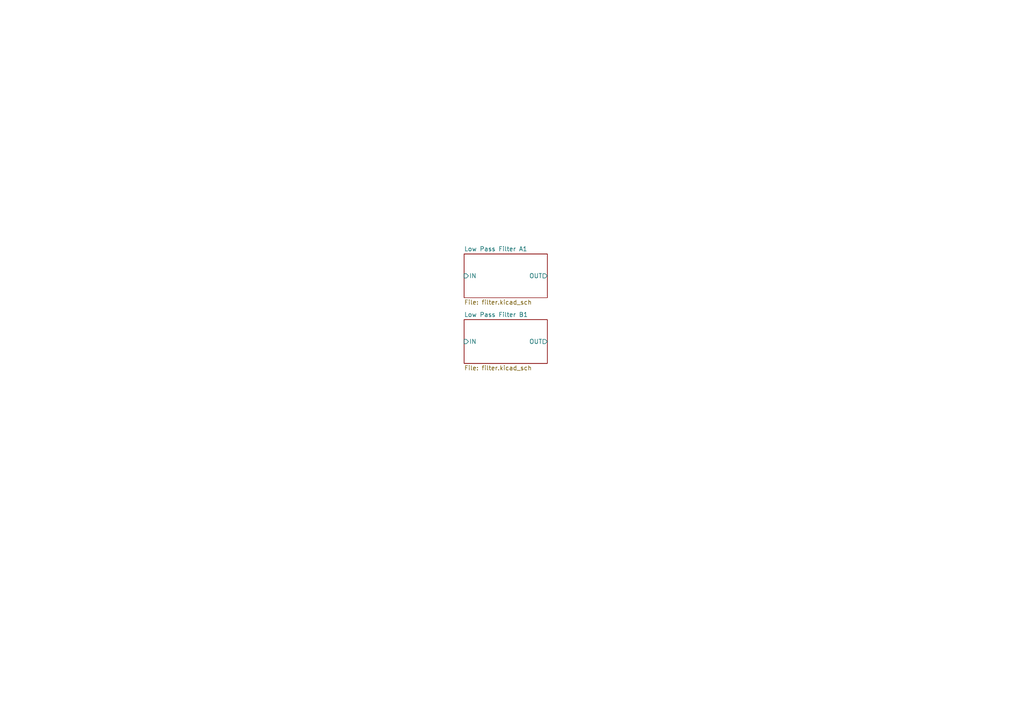
<source format=kicad_sch>
(kicad_sch (version 20230121) (generator eeschema)
  (paper "A4")
  (lib_symbols)
  (sheet (at 134.62 73.66) (size 24.13 12.7) (stroke (width 0.1524))
    (property "Sheetname" "Low Pass Filter A1" (at 134.62 72.9484 0) (effects (justify left bottom)))
    (property "Sheetfile" "filter.kicad_sch" (at 134.62 86.9446 0) (effects (justify left top)))
    (pin "OUT" output (at 158.75 80.01 0))
    (pin "IN" input (at 134.62 80.01 180))
  )
  (sheet (at 134.62 92.71) (size 24.13 12.7) (stroke (width 0.1524))
    (property "Sheetname" "Low Pass Filter B1" (at 134.62 91.9984 0) (effects (justify left bottom)))
    (property "Sheetfile" "filter.kicad_sch" (at 134.62 105.9946 0) (effects (justify left top)))
    (pin "OUT" output (at 158.75 99.06 0))
    (pin "IN" input (at 134.62 99.06 180))
  )
)
</source>
